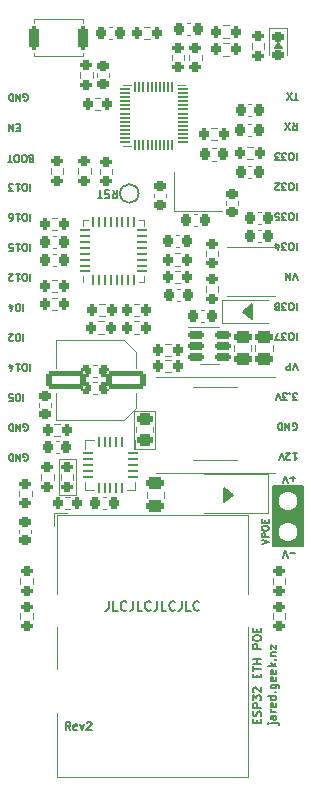
<source format=gto>
G04 #@! TF.GenerationSoftware,KiCad,Pcbnew,(6.0.9)*
G04 #@! TF.CreationDate,2022-11-21T00:29:48+13:00*
G04 #@! TF.ProjectId,LAN-Module-PoE,4c414e2d-4d6f-4647-956c-652d506f452e,rev?*
G04 #@! TF.SameCoordinates,Original*
G04 #@! TF.FileFunction,Legend,Top*
G04 #@! TF.FilePolarity,Positive*
%FSLAX46Y46*%
G04 Gerber Fmt 4.6, Leading zero omitted, Abs format (unit mm)*
G04 Created by KiCad (PCBNEW (6.0.9)) date 2022-11-21 00:29:48*
%MOMM*%
%LPD*%
G01*
G04 APERTURE LIST*
G04 Aperture macros list*
%AMRoundRect*
0 Rectangle with rounded corners*
0 $1 Rounding radius*
0 $2 $3 $4 $5 $6 $7 $8 $9 X,Y pos of 4 corners*
0 Add a 4 corners polygon primitive as box body*
4,1,4,$2,$3,$4,$5,$6,$7,$8,$9,$2,$3,0*
0 Add four circle primitives for the rounded corners*
1,1,$1+$1,$2,$3*
1,1,$1+$1,$4,$5*
1,1,$1+$1,$6,$7*
1,1,$1+$1,$8,$9*
0 Add four rect primitives between the rounded corners*
20,1,$1+$1,$2,$3,$4,$5,0*
20,1,$1+$1,$4,$5,$6,$7,0*
20,1,$1+$1,$6,$7,$8,$9,0*
20,1,$1+$1,$8,$9,$2,$3,0*%
G04 Aperture macros list end*
%ADD10C,0.150000*%
%ADD11C,0.100000*%
%ADD12C,0.120000*%
%ADD13C,0.264583*%
%ADD14RoundRect,0.250000X0.475000X-0.250000X0.475000X0.250000X-0.475000X0.250000X-0.475000X-0.250000X0*%
%ADD15R,1.600000X5.700000*%
%ADD16R,3.100000X7.700000*%
%ADD17RoundRect,0.225000X0.225000X0.250000X-0.225000X0.250000X-0.225000X-0.250000X0.225000X-0.250000X0*%
%ADD18RoundRect,0.062500X-0.062500X0.362500X-0.062500X-0.362500X0.062500X-0.362500X0.062500X0.362500X0*%
%ADD19RoundRect,0.062500X-0.362500X0.062500X-0.362500X-0.062500X0.362500X-0.062500X0.362500X0.062500X0*%
%ADD20R,2.600000X2.600000*%
%ADD21RoundRect,0.200000X0.200000X0.275000X-0.200000X0.275000X-0.200000X-0.275000X0.200000X-0.275000X0*%
%ADD22C,1.600000*%
%ADD23R,0.900000X1.200000*%
%ADD24RoundRect,0.150000X-0.512500X-0.150000X0.512500X-0.150000X0.512500X0.150000X-0.512500X0.150000X0*%
%ADD25RoundRect,0.200000X-0.200000X-0.275000X0.200000X-0.275000X0.200000X0.275000X-0.200000X0.275000X0*%
%ADD26RoundRect,0.250000X0.450000X-0.262500X0.450000X0.262500X-0.450000X0.262500X-0.450000X-0.262500X0*%
%ADD27RoundRect,0.225000X0.250000X-0.225000X0.250000X0.225000X-0.250000X0.225000X-0.250000X-0.225000X0*%
%ADD28RoundRect,0.200000X-0.275000X0.200000X-0.275000X-0.200000X0.275000X-0.200000X0.275000X0.200000X0*%
%ADD29RoundRect,0.225000X-0.225000X-0.250000X0.225000X-0.250000X0.225000X0.250000X-0.225000X0.250000X0*%
%ADD30RoundRect,0.200000X0.275000X-0.200000X0.275000X0.200000X-0.275000X0.200000X-0.275000X-0.200000X0*%
%ADD31R,1.200000X3.700000*%
%ADD32RoundRect,0.225000X-0.250000X0.225000X-0.250000X-0.225000X0.250000X-0.225000X0.250000X0.225000X0*%
%ADD33R,2.500000X1.800000*%
%ADD34RoundRect,0.062500X0.062500X-0.375000X0.062500X0.375000X-0.062500X0.375000X-0.062500X-0.375000X0*%
%ADD35RoundRect,0.062500X0.375000X-0.062500X0.375000X0.062500X-0.375000X0.062500X-0.375000X-0.062500X0*%
%ADD36R,3.100000X3.100000*%
%ADD37RoundRect,0.200000X0.200000X0.800000X-0.200000X0.800000X-0.200000X-0.800000X0.200000X-0.800000X0*%
%ADD38C,1.000000*%
%ADD39RoundRect,0.218750X-0.256250X0.218750X-0.256250X-0.218750X0.256250X-0.218750X0.256250X0.218750X0*%
%ADD40RoundRect,0.250000X1.412500X0.550000X-1.412500X0.550000X-1.412500X-0.550000X1.412500X-0.550000X0*%
%ADD41C,3.250000*%
%ADD42R,1.500000X1.500000*%
%ADD43C,1.500000*%
%ADD44C,2.200000*%
%ADD45RoundRect,0.050000X0.350000X0.050000X-0.350000X0.050000X-0.350000X-0.050000X0.350000X-0.050000X0*%
%ADD46RoundRect,0.050000X0.050000X0.350000X-0.050000X0.350000X-0.050000X-0.350000X0.050000X-0.350000X0*%
%ADD47R,3.700000X3.700000*%
%ADD48R,1.400000X1.200000*%
G04 APERTURE END LIST*
D10*
G36*
X48700000Y-73100000D02*
G01*
X47900000Y-73700000D01*
X47900000Y-72500000D01*
X48700000Y-73100000D01*
G37*
X48700000Y-73100000D02*
X47900000Y-73700000D01*
X47900000Y-72500000D01*
X48700000Y-73100000D01*
G36*
X52800000Y-35300000D02*
G01*
X52200000Y-35300000D01*
X52500000Y-34900000D01*
X52800000Y-35300000D01*
G37*
X52800000Y-35300000D02*
X52200000Y-35300000D01*
X52500000Y-34900000D01*
X52800000Y-35300000D01*
X52070000Y-72390000D02*
X54610000Y-72390000D01*
X54610000Y-72390000D02*
X54610000Y-77470000D01*
X54610000Y-77470000D02*
X52070000Y-77470000D01*
X52070000Y-77470000D02*
X52070000Y-72390000D01*
G36*
X52070000Y-72390000D02*
G01*
X54610000Y-72390000D01*
X54610000Y-77470000D01*
X52070000Y-77470000D01*
X52070000Y-72390000D01*
G37*
D11*
X40300000Y-66000000D02*
X42100000Y-66000000D01*
X42100000Y-66000000D02*
X42100000Y-69200000D01*
X42100000Y-69200000D02*
X40300000Y-69200000D01*
X40300000Y-69200000D02*
X40300000Y-66000000D01*
D10*
G36*
X50300000Y-58200000D02*
G01*
X49500000Y-57600000D01*
X50300000Y-57000000D01*
X50300000Y-58200000D01*
G37*
X50300000Y-58200000D02*
X49500000Y-57600000D01*
X50300000Y-57000000D01*
X50300000Y-58200000D01*
D11*
X33950000Y-70100000D02*
X35350000Y-70100000D01*
X35350000Y-70100000D02*
X35350000Y-73100000D01*
X35350000Y-73100000D02*
X33950000Y-73100000D01*
X33950000Y-73100000D02*
X33950000Y-70100000D01*
D10*
X30968928Y-39720000D02*
X31026071Y-39748571D01*
X31111785Y-39748571D01*
X31197500Y-39720000D01*
X31254642Y-39662857D01*
X31283214Y-39605714D01*
X31311785Y-39491428D01*
X31311785Y-39405714D01*
X31283214Y-39291428D01*
X31254642Y-39234285D01*
X31197500Y-39177142D01*
X31111785Y-39148571D01*
X31054642Y-39148571D01*
X30968928Y-39177142D01*
X30940357Y-39205714D01*
X30940357Y-39405714D01*
X31054642Y-39405714D01*
X30683214Y-39148571D02*
X30683214Y-39748571D01*
X30340357Y-39148571D01*
X30340357Y-39748571D01*
X30054642Y-39148571D02*
X30054642Y-39748571D01*
X29911785Y-39748571D01*
X29826071Y-39720000D01*
X29768928Y-39662857D01*
X29740357Y-39605714D01*
X29711785Y-39491428D01*
X29711785Y-39405714D01*
X29740357Y-39291428D01*
X29768928Y-39234285D01*
X29826071Y-39177142D01*
X29911785Y-39148571D01*
X30054642Y-39148571D01*
X31511785Y-49308571D02*
X31511785Y-49908571D01*
X31111785Y-49908571D02*
X30997500Y-49908571D01*
X30940357Y-49880000D01*
X30883214Y-49822857D01*
X30854642Y-49708571D01*
X30854642Y-49508571D01*
X30883214Y-49394285D01*
X30940357Y-49337142D01*
X30997500Y-49308571D01*
X31111785Y-49308571D01*
X31168928Y-49337142D01*
X31226071Y-49394285D01*
X31254642Y-49508571D01*
X31254642Y-49708571D01*
X31226071Y-49822857D01*
X31168928Y-49880000D01*
X31111785Y-49908571D01*
X30283214Y-49308571D02*
X30626071Y-49308571D01*
X30454642Y-49308571D02*
X30454642Y-49908571D01*
X30511785Y-49822857D01*
X30568928Y-49765714D01*
X30626071Y-49737142D01*
X29768928Y-49908571D02*
X29883214Y-49908571D01*
X29940357Y-49880000D01*
X29968928Y-49851428D01*
X30026071Y-49765714D01*
X30054642Y-49651428D01*
X30054642Y-49422857D01*
X30026071Y-49365714D01*
X29997500Y-49337142D01*
X29940357Y-49308571D01*
X29826071Y-49308571D01*
X29768928Y-49337142D01*
X29740357Y-49365714D01*
X29711785Y-49422857D01*
X29711785Y-49565714D01*
X29740357Y-49622857D01*
X29768928Y-49651428D01*
X29826071Y-49680000D01*
X29940357Y-49680000D01*
X29997500Y-49651428D01*
X30026071Y-49622857D01*
X30054642Y-49565714D01*
X54145357Y-39698571D02*
X53802500Y-39698571D01*
X53973928Y-39098571D02*
X53973928Y-39698571D01*
X53659642Y-39698571D02*
X53259642Y-39098571D01*
X53259642Y-39698571D02*
X53659642Y-39098571D01*
X30626071Y-42042857D02*
X30426071Y-42042857D01*
X30340357Y-41728571D02*
X30626071Y-41728571D01*
X30626071Y-42328571D01*
X30340357Y-42328571D01*
X30083214Y-41728571D02*
X30083214Y-42328571D01*
X29740357Y-41728571D01*
X29740357Y-42328571D01*
X38483333Y-47308333D02*
X38716666Y-47641666D01*
X38883333Y-47308333D02*
X38883333Y-48008333D01*
X38616666Y-48008333D01*
X38550000Y-47975000D01*
X38516666Y-47941666D01*
X38483333Y-47875000D01*
X38483333Y-47775000D01*
X38516666Y-47708333D01*
X38550000Y-47675000D01*
X38616666Y-47641666D01*
X38883333Y-47641666D01*
X38216666Y-47341666D02*
X38116666Y-47308333D01*
X37950000Y-47308333D01*
X37883333Y-47341666D01*
X37850000Y-47375000D01*
X37816666Y-47441666D01*
X37816666Y-47508333D01*
X37850000Y-47575000D01*
X37883333Y-47608333D01*
X37950000Y-47641666D01*
X38083333Y-47675000D01*
X38150000Y-47708333D01*
X38183333Y-47741666D01*
X38216666Y-47808333D01*
X38216666Y-47875000D01*
X38183333Y-47941666D01*
X38150000Y-47975000D01*
X38083333Y-48008333D01*
X37916666Y-48008333D01*
X37816666Y-47975000D01*
X37616666Y-48008333D02*
X37216666Y-48008333D01*
X37416666Y-47308333D02*
X37416666Y-48008333D01*
X31511785Y-62008571D02*
X31511785Y-62608571D01*
X31111785Y-62608571D02*
X30997500Y-62608571D01*
X30940357Y-62580000D01*
X30883214Y-62522857D01*
X30854642Y-62408571D01*
X30854642Y-62208571D01*
X30883214Y-62094285D01*
X30940357Y-62037142D01*
X30997500Y-62008571D01*
X31111785Y-62008571D01*
X31168928Y-62037142D01*
X31226071Y-62094285D01*
X31254642Y-62208571D01*
X31254642Y-62408571D01*
X31226071Y-62522857D01*
X31168928Y-62580000D01*
X31111785Y-62608571D01*
X30283214Y-62008571D02*
X30626071Y-62008571D01*
X30454642Y-62008571D02*
X30454642Y-62608571D01*
X30511785Y-62522857D01*
X30568928Y-62465714D01*
X30626071Y-62437142D01*
X29768928Y-62408571D02*
X29768928Y-62008571D01*
X29911785Y-62637142D02*
X30054642Y-62208571D01*
X29683214Y-62208571D01*
X51106428Y-77315357D02*
X51706428Y-77115357D01*
X51106428Y-76915357D01*
X51706428Y-76715357D02*
X51106428Y-76715357D01*
X51106428Y-76486785D01*
X51135000Y-76429642D01*
X51163571Y-76401071D01*
X51220714Y-76372500D01*
X51306428Y-76372500D01*
X51363571Y-76401071D01*
X51392142Y-76429642D01*
X51420714Y-76486785D01*
X51420714Y-76715357D01*
X51106428Y-76001071D02*
X51106428Y-75886785D01*
X51135000Y-75829642D01*
X51192142Y-75772500D01*
X51306428Y-75743928D01*
X51506428Y-75743928D01*
X51620714Y-75772500D01*
X51677857Y-75829642D01*
X51706428Y-75886785D01*
X51706428Y-76001071D01*
X51677857Y-76058214D01*
X51620714Y-76115357D01*
X51506428Y-76143928D01*
X51306428Y-76143928D01*
X51192142Y-76115357D01*
X51135000Y-76058214D01*
X51106428Y-76001071D01*
X51392142Y-75486785D02*
X51392142Y-75286785D01*
X51706428Y-75201071D02*
X51706428Y-75486785D01*
X51106428Y-75486785D01*
X51106428Y-75201071D01*
X51871123Y-92445833D02*
X52471123Y-92445833D01*
X52537789Y-92479166D01*
X52571123Y-92545833D01*
X52571123Y-92579166D01*
X51637789Y-92445833D02*
X51671123Y-92479166D01*
X51704456Y-92445833D01*
X51671123Y-92412500D01*
X51637789Y-92445833D01*
X51704456Y-92445833D01*
X52337789Y-91812500D02*
X51971123Y-91812500D01*
X51904456Y-91845833D01*
X51871123Y-91912500D01*
X51871123Y-92045833D01*
X51904456Y-92112500D01*
X52304456Y-91812500D02*
X52337789Y-91879166D01*
X52337789Y-92045833D01*
X52304456Y-92112500D01*
X52237789Y-92145833D01*
X52171123Y-92145833D01*
X52104456Y-92112500D01*
X52071123Y-92045833D01*
X52071123Y-91879166D01*
X52037789Y-91812500D01*
X52337789Y-91479166D02*
X51871123Y-91479166D01*
X52004456Y-91479166D02*
X51937789Y-91445833D01*
X51904456Y-91412500D01*
X51871123Y-91345833D01*
X51871123Y-91279166D01*
X52304456Y-90779166D02*
X52337789Y-90845833D01*
X52337789Y-90979166D01*
X52304456Y-91045833D01*
X52237789Y-91079166D01*
X51971123Y-91079166D01*
X51904456Y-91045833D01*
X51871123Y-90979166D01*
X51871123Y-90845833D01*
X51904456Y-90779166D01*
X51971123Y-90745833D01*
X52037789Y-90745833D01*
X52104456Y-91079166D01*
X52337789Y-90145833D02*
X51637789Y-90145833D01*
X52304456Y-90145833D02*
X52337789Y-90212500D01*
X52337789Y-90345833D01*
X52304456Y-90412500D01*
X52271123Y-90445833D01*
X52204456Y-90479166D01*
X52004456Y-90479166D01*
X51937789Y-90445833D01*
X51904456Y-90412500D01*
X51871123Y-90345833D01*
X51871123Y-90212500D01*
X51904456Y-90145833D01*
X52271123Y-89812500D02*
X52304456Y-89779166D01*
X52337789Y-89812500D01*
X52304456Y-89845833D01*
X52271123Y-89812500D01*
X52337789Y-89812500D01*
X51871123Y-89179166D02*
X52437789Y-89179166D01*
X52504456Y-89212500D01*
X52537789Y-89245833D01*
X52571123Y-89312500D01*
X52571123Y-89412500D01*
X52537789Y-89479166D01*
X52304456Y-89179166D02*
X52337789Y-89245833D01*
X52337789Y-89379166D01*
X52304456Y-89445833D01*
X52271123Y-89479166D01*
X52204456Y-89512500D01*
X52004456Y-89512500D01*
X51937789Y-89479166D01*
X51904456Y-89445833D01*
X51871123Y-89379166D01*
X51871123Y-89245833D01*
X51904456Y-89179166D01*
X52304456Y-88579166D02*
X52337789Y-88645833D01*
X52337789Y-88779166D01*
X52304456Y-88845833D01*
X52237789Y-88879166D01*
X51971123Y-88879166D01*
X51904456Y-88845833D01*
X51871123Y-88779166D01*
X51871123Y-88645833D01*
X51904456Y-88579166D01*
X51971123Y-88545833D01*
X52037789Y-88545833D01*
X52104456Y-88879166D01*
X52304456Y-87979166D02*
X52337789Y-88045833D01*
X52337789Y-88179166D01*
X52304456Y-88245833D01*
X52237789Y-88279166D01*
X51971123Y-88279166D01*
X51904456Y-88245833D01*
X51871123Y-88179166D01*
X51871123Y-88045833D01*
X51904456Y-87979166D01*
X51971123Y-87945833D01*
X52037789Y-87945833D01*
X52104456Y-88279166D01*
X52337789Y-87645833D02*
X51637789Y-87645833D01*
X52071123Y-87579166D02*
X52337789Y-87379166D01*
X51871123Y-87379166D02*
X52137789Y-87645833D01*
X52271123Y-87079166D02*
X52304456Y-87045833D01*
X52337789Y-87079166D01*
X52304456Y-87112500D01*
X52271123Y-87079166D01*
X52337789Y-87079166D01*
X51871123Y-86745833D02*
X52337789Y-86745833D01*
X51937789Y-86745833D02*
X51904456Y-86712500D01*
X51871123Y-86645833D01*
X51871123Y-86545833D01*
X51904456Y-86479166D01*
X51971123Y-86445833D01*
X52337789Y-86445833D01*
X51871123Y-86179166D02*
X51871123Y-85812500D01*
X52337789Y-86179166D01*
X52337789Y-85812500D01*
X54116785Y-65098571D02*
X53745357Y-65098571D01*
X53945357Y-64870000D01*
X53859642Y-64870000D01*
X53802500Y-64841428D01*
X53773928Y-64812857D01*
X53745357Y-64755714D01*
X53745357Y-64612857D01*
X53773928Y-64555714D01*
X53802500Y-64527142D01*
X53859642Y-64498571D01*
X54031071Y-64498571D01*
X54088214Y-64527142D01*
X54116785Y-64555714D01*
X53488214Y-64555714D02*
X53459642Y-64527142D01*
X53488214Y-64498571D01*
X53516785Y-64527142D01*
X53488214Y-64555714D01*
X53488214Y-64498571D01*
X53259642Y-65098571D02*
X52888214Y-65098571D01*
X53088214Y-64870000D01*
X53002500Y-64870000D01*
X52945357Y-64841428D01*
X52916785Y-64812857D01*
X52888214Y-64755714D01*
X52888214Y-64612857D01*
X52916785Y-64555714D01*
X52945357Y-64527142D01*
X53002500Y-64498571D01*
X53173928Y-64498571D01*
X53231071Y-64527142D01*
X53259642Y-64555714D01*
X52716785Y-65098571D02*
X52516785Y-64498571D01*
X52316785Y-65098571D01*
X53716785Y-41638571D02*
X53916785Y-41924285D01*
X54059642Y-41638571D02*
X54059642Y-42238571D01*
X53831071Y-42238571D01*
X53773928Y-42210000D01*
X53745357Y-42181428D01*
X53716785Y-42124285D01*
X53716785Y-42038571D01*
X53745357Y-41981428D01*
X53773928Y-41952857D01*
X53831071Y-41924285D01*
X54059642Y-41924285D01*
X53516785Y-42238571D02*
X53116785Y-41638571D01*
X53116785Y-42238571D02*
X53516785Y-41638571D01*
X30940357Y-59468571D02*
X30940357Y-60068571D01*
X30540357Y-60068571D02*
X30426071Y-60068571D01*
X30368928Y-60040000D01*
X30311785Y-59982857D01*
X30283214Y-59868571D01*
X30283214Y-59668571D01*
X30311785Y-59554285D01*
X30368928Y-59497142D01*
X30426071Y-59468571D01*
X30540357Y-59468571D01*
X30597500Y-59497142D01*
X30654642Y-59554285D01*
X30683214Y-59668571D01*
X30683214Y-59868571D01*
X30654642Y-59982857D01*
X30597500Y-60040000D01*
X30540357Y-60068571D01*
X30054642Y-60011428D02*
X30026071Y-60040000D01*
X29968928Y-60068571D01*
X29826071Y-60068571D01*
X29768928Y-60040000D01*
X29740357Y-60011428D01*
X29711785Y-59954285D01*
X29711785Y-59897142D01*
X29740357Y-59811428D01*
X30083214Y-59468571D01*
X29711785Y-59468571D01*
X30968928Y-70200000D02*
X31026071Y-70228571D01*
X31111785Y-70228571D01*
X31197500Y-70200000D01*
X31254642Y-70142857D01*
X31283214Y-70085714D01*
X31311785Y-69971428D01*
X31311785Y-69885714D01*
X31283214Y-69771428D01*
X31254642Y-69714285D01*
X31197500Y-69657142D01*
X31111785Y-69628571D01*
X31054642Y-69628571D01*
X30968928Y-69657142D01*
X30940357Y-69685714D01*
X30940357Y-69885714D01*
X31054642Y-69885714D01*
X30683214Y-69628571D02*
X30683214Y-70228571D01*
X30340357Y-69628571D01*
X30340357Y-70228571D01*
X30054642Y-69628571D02*
X30054642Y-70228571D01*
X29911785Y-70228571D01*
X29826071Y-70200000D01*
X29768928Y-70142857D01*
X29740357Y-70085714D01*
X29711785Y-69971428D01*
X29711785Y-69885714D01*
X29740357Y-69771428D01*
X29768928Y-69714285D01*
X29826071Y-69657142D01*
X29911785Y-69628571D01*
X30054642Y-69628571D01*
X53959642Y-71712142D02*
X53502500Y-71712142D01*
X53731071Y-71483571D02*
X53731071Y-71940714D01*
X53302500Y-72083571D02*
X53102500Y-71483571D01*
X52902500Y-72083571D01*
X53959642Y-78057142D02*
X53502500Y-78057142D01*
X53302500Y-78428571D02*
X53102500Y-77828571D01*
X52902500Y-78428571D01*
X34905289Y-93026666D02*
X34671956Y-92693333D01*
X34505289Y-93026666D02*
X34505289Y-92326666D01*
X34771956Y-92326666D01*
X34838623Y-92360000D01*
X34871956Y-92393333D01*
X34905289Y-92460000D01*
X34905289Y-92560000D01*
X34871956Y-92626666D01*
X34838623Y-92660000D01*
X34771956Y-92693333D01*
X34505289Y-92693333D01*
X35471956Y-92993333D02*
X35405289Y-93026666D01*
X35271956Y-93026666D01*
X35205289Y-92993333D01*
X35171956Y-92926666D01*
X35171956Y-92660000D01*
X35205289Y-92593333D01*
X35271956Y-92560000D01*
X35405289Y-92560000D01*
X35471956Y-92593333D01*
X35505289Y-92660000D01*
X35505289Y-92726666D01*
X35171956Y-92793333D01*
X35738623Y-92560000D02*
X35905289Y-93026666D01*
X36071956Y-92560000D01*
X36305289Y-92393333D02*
X36338623Y-92360000D01*
X36405289Y-92326666D01*
X36571956Y-92326666D01*
X36638623Y-92360000D01*
X36671956Y-92393333D01*
X36705289Y-92460000D01*
X36705289Y-92526666D01*
X36671956Y-92626666D01*
X36271956Y-93026666D01*
X36705289Y-93026666D01*
X38165884Y-82111904D02*
X38165884Y-82683333D01*
X38127789Y-82797619D01*
X38051599Y-82873809D01*
X37937313Y-82911904D01*
X37861123Y-82911904D01*
X38927789Y-82911904D02*
X38546837Y-82911904D01*
X38546837Y-82111904D01*
X39651599Y-82835714D02*
X39613503Y-82873809D01*
X39499218Y-82911904D01*
X39423027Y-82911904D01*
X39308742Y-82873809D01*
X39232551Y-82797619D01*
X39194456Y-82721428D01*
X39156361Y-82569047D01*
X39156361Y-82454761D01*
X39194456Y-82302380D01*
X39232551Y-82226190D01*
X39308742Y-82150000D01*
X39423027Y-82111904D01*
X39499218Y-82111904D01*
X39613503Y-82150000D01*
X39651599Y-82188095D01*
X40223027Y-82111904D02*
X40223027Y-82683333D01*
X40184932Y-82797619D01*
X40108742Y-82873809D01*
X39994456Y-82911904D01*
X39918265Y-82911904D01*
X40984932Y-82911904D02*
X40603980Y-82911904D01*
X40603980Y-82111904D01*
X41708742Y-82835714D02*
X41670646Y-82873809D01*
X41556361Y-82911904D01*
X41480170Y-82911904D01*
X41365884Y-82873809D01*
X41289694Y-82797619D01*
X41251599Y-82721428D01*
X41213503Y-82569047D01*
X41213503Y-82454761D01*
X41251599Y-82302380D01*
X41289694Y-82226190D01*
X41365884Y-82150000D01*
X41480170Y-82111904D01*
X41556361Y-82111904D01*
X41670646Y-82150000D01*
X41708742Y-82188095D01*
X42280170Y-82111904D02*
X42280170Y-82683333D01*
X42242075Y-82797619D01*
X42165884Y-82873809D01*
X42051599Y-82911904D01*
X41975408Y-82911904D01*
X43042075Y-82911904D02*
X42661123Y-82911904D01*
X42661123Y-82111904D01*
X43765884Y-82835714D02*
X43727789Y-82873809D01*
X43613503Y-82911904D01*
X43537313Y-82911904D01*
X43423027Y-82873809D01*
X43346837Y-82797619D01*
X43308742Y-82721428D01*
X43270646Y-82569047D01*
X43270646Y-82454761D01*
X43308742Y-82302380D01*
X43346837Y-82226190D01*
X43423027Y-82150000D01*
X43537313Y-82111904D01*
X43613503Y-82111904D01*
X43727789Y-82150000D01*
X43765884Y-82188095D01*
X44337313Y-82111904D02*
X44337313Y-82683333D01*
X44299218Y-82797619D01*
X44223027Y-82873809D01*
X44108742Y-82911904D01*
X44032551Y-82911904D01*
X45099218Y-82911904D02*
X44718265Y-82911904D01*
X44718265Y-82111904D01*
X45823027Y-82835714D02*
X45784932Y-82873809D01*
X45670646Y-82911904D01*
X45594456Y-82911904D01*
X45480170Y-82873809D01*
X45403980Y-82797619D01*
X45365884Y-82721428D01*
X45327789Y-82569047D01*
X45327789Y-82454761D01*
X45365884Y-82302380D01*
X45403980Y-82226190D01*
X45480170Y-82150000D01*
X45594456Y-82111904D01*
X45670646Y-82111904D01*
X45784932Y-82150000D01*
X45823027Y-82188095D01*
X54145357Y-54938571D02*
X53945357Y-54338571D01*
X53745357Y-54938571D01*
X53545357Y-54338571D02*
X53545357Y-54938571D01*
X53202500Y-54338571D01*
X53202500Y-54938571D01*
X53745357Y-69578571D02*
X54088214Y-69578571D01*
X53916785Y-69578571D02*
X53916785Y-70178571D01*
X53973928Y-70092857D01*
X54031071Y-70035714D01*
X54088214Y-70007142D01*
X53516785Y-70121428D02*
X53488214Y-70150000D01*
X53431071Y-70178571D01*
X53288214Y-70178571D01*
X53231071Y-70150000D01*
X53202500Y-70121428D01*
X53173928Y-70064285D01*
X53173928Y-70007142D01*
X53202500Y-69921428D01*
X53545357Y-69578571D01*
X53173928Y-69578571D01*
X53002500Y-70178571D02*
X52802500Y-69578571D01*
X52602500Y-70178571D01*
X30940357Y-56928571D02*
X30940357Y-57528571D01*
X30540357Y-57528571D02*
X30426071Y-57528571D01*
X30368928Y-57500000D01*
X30311785Y-57442857D01*
X30283214Y-57328571D01*
X30283214Y-57128571D01*
X30311785Y-57014285D01*
X30368928Y-56957142D01*
X30426071Y-56928571D01*
X30540357Y-56928571D01*
X30597500Y-56957142D01*
X30654642Y-57014285D01*
X30683214Y-57128571D01*
X30683214Y-57328571D01*
X30654642Y-57442857D01*
X30597500Y-57500000D01*
X30540357Y-57528571D01*
X29768928Y-57328571D02*
X29768928Y-56928571D01*
X29911785Y-57557142D02*
X30054642Y-57128571D01*
X29683214Y-57128571D01*
X30940357Y-64548571D02*
X30940357Y-65148571D01*
X30540357Y-65148571D02*
X30426071Y-65148571D01*
X30368928Y-65120000D01*
X30311785Y-65062857D01*
X30283214Y-64948571D01*
X30283214Y-64748571D01*
X30311785Y-64634285D01*
X30368928Y-64577142D01*
X30426071Y-64548571D01*
X30540357Y-64548571D01*
X30597500Y-64577142D01*
X30654642Y-64634285D01*
X30683214Y-64748571D01*
X30683214Y-64948571D01*
X30654642Y-65062857D01*
X30597500Y-65120000D01*
X30540357Y-65148571D01*
X29740357Y-65148571D02*
X30026071Y-65148571D01*
X30054642Y-64862857D01*
X30026071Y-64891428D01*
X29968928Y-64920000D01*
X29826071Y-64920000D01*
X29768928Y-64891428D01*
X29740357Y-64862857D01*
X29711785Y-64805714D01*
X29711785Y-64662857D01*
X29740357Y-64605714D01*
X29768928Y-64577142D01*
X29826071Y-64548571D01*
X29968928Y-64548571D01*
X30026071Y-64577142D01*
X30054642Y-64605714D01*
X50701123Y-92445833D02*
X50701123Y-92212500D01*
X51067789Y-92112500D02*
X51067789Y-92445833D01*
X50367789Y-92445833D01*
X50367789Y-92112500D01*
X51034456Y-91845833D02*
X51067789Y-91745833D01*
X51067789Y-91579166D01*
X51034456Y-91512500D01*
X51001123Y-91479166D01*
X50934456Y-91445833D01*
X50867789Y-91445833D01*
X50801123Y-91479166D01*
X50767789Y-91512500D01*
X50734456Y-91579166D01*
X50701123Y-91712500D01*
X50667789Y-91779166D01*
X50634456Y-91812500D01*
X50567789Y-91845833D01*
X50501123Y-91845833D01*
X50434456Y-91812500D01*
X50401123Y-91779166D01*
X50367789Y-91712500D01*
X50367789Y-91545833D01*
X50401123Y-91445833D01*
X51067789Y-91145833D02*
X50367789Y-91145833D01*
X50367789Y-90879166D01*
X50401123Y-90812500D01*
X50434456Y-90779166D01*
X50501123Y-90745833D01*
X50601123Y-90745833D01*
X50667789Y-90779166D01*
X50701123Y-90812500D01*
X50734456Y-90879166D01*
X50734456Y-91145833D01*
X50367789Y-90512500D02*
X50367789Y-90079166D01*
X50634456Y-90312500D01*
X50634456Y-90212500D01*
X50667789Y-90145833D01*
X50701123Y-90112500D01*
X50767789Y-90079166D01*
X50934456Y-90079166D01*
X51001123Y-90112500D01*
X51034456Y-90145833D01*
X51067789Y-90212500D01*
X51067789Y-90412500D01*
X51034456Y-90479166D01*
X51001123Y-90512500D01*
X50434456Y-89812500D02*
X50401123Y-89779166D01*
X50367789Y-89712500D01*
X50367789Y-89545833D01*
X50401123Y-89479166D01*
X50434456Y-89445833D01*
X50501123Y-89412500D01*
X50567789Y-89412500D01*
X50667789Y-89445833D01*
X51067789Y-89845833D01*
X51067789Y-89412500D01*
X50701123Y-88579166D02*
X50701123Y-88345833D01*
X51067789Y-88245833D02*
X51067789Y-88579166D01*
X50367789Y-88579166D01*
X50367789Y-88245833D01*
X50367789Y-88045833D02*
X50367789Y-87645833D01*
X51067789Y-87845833D02*
X50367789Y-87845833D01*
X51067789Y-87412500D02*
X50367789Y-87412500D01*
X50701123Y-87412500D02*
X50701123Y-87012500D01*
X51067789Y-87012500D02*
X50367789Y-87012500D01*
X51067789Y-86145833D02*
X50367789Y-86145833D01*
X50367789Y-85879166D01*
X50401123Y-85812500D01*
X50434456Y-85779166D01*
X50501123Y-85745833D01*
X50601123Y-85745833D01*
X50667789Y-85779166D01*
X50701123Y-85812500D01*
X50734456Y-85879166D01*
X50734456Y-86145833D01*
X50367789Y-85312500D02*
X50367789Y-85179166D01*
X50401123Y-85112500D01*
X50467789Y-85045833D01*
X50601123Y-85012500D01*
X50834456Y-85012500D01*
X50967789Y-85045833D01*
X51034456Y-85112500D01*
X51067789Y-85179166D01*
X51067789Y-85312500D01*
X51034456Y-85379166D01*
X50967789Y-85445833D01*
X50834456Y-85479166D01*
X50601123Y-85479166D01*
X50467789Y-85445833D01*
X50401123Y-85379166D01*
X50367789Y-85312500D01*
X50701123Y-84712500D02*
X50701123Y-84479166D01*
X51067789Y-84379166D02*
X51067789Y-84712500D01*
X50367789Y-84712500D01*
X50367789Y-84379166D01*
X54059642Y-49258571D02*
X54059642Y-49858571D01*
X53659642Y-49858571D02*
X53545357Y-49858571D01*
X53488214Y-49830000D01*
X53431071Y-49772857D01*
X53402500Y-49658571D01*
X53402500Y-49458571D01*
X53431071Y-49344285D01*
X53488214Y-49287142D01*
X53545357Y-49258571D01*
X53659642Y-49258571D01*
X53716785Y-49287142D01*
X53773928Y-49344285D01*
X53802500Y-49458571D01*
X53802500Y-49658571D01*
X53773928Y-49772857D01*
X53716785Y-49830000D01*
X53659642Y-49858571D01*
X53202500Y-49858571D02*
X52831071Y-49858571D01*
X53031071Y-49630000D01*
X52945357Y-49630000D01*
X52888214Y-49601428D01*
X52859642Y-49572857D01*
X52831071Y-49515714D01*
X52831071Y-49372857D01*
X52859642Y-49315714D01*
X52888214Y-49287142D01*
X52945357Y-49258571D01*
X53116785Y-49258571D01*
X53173928Y-49287142D01*
X53202500Y-49315714D01*
X52288214Y-49858571D02*
X52573928Y-49858571D01*
X52602500Y-49572857D01*
X52573928Y-49601428D01*
X52516785Y-49630000D01*
X52373928Y-49630000D01*
X52316785Y-49601428D01*
X52288214Y-49572857D01*
X52259642Y-49515714D01*
X52259642Y-49372857D01*
X52288214Y-49315714D01*
X52316785Y-49287142D01*
X52373928Y-49258571D01*
X52516785Y-49258571D01*
X52573928Y-49287142D01*
X52602500Y-49315714D01*
X54059642Y-51798571D02*
X54059642Y-52398571D01*
X53659642Y-52398571D02*
X53545357Y-52398571D01*
X53488214Y-52370000D01*
X53431071Y-52312857D01*
X53402500Y-52198571D01*
X53402500Y-51998571D01*
X53431071Y-51884285D01*
X53488214Y-51827142D01*
X53545357Y-51798571D01*
X53659642Y-51798571D01*
X53716785Y-51827142D01*
X53773928Y-51884285D01*
X53802500Y-51998571D01*
X53802500Y-52198571D01*
X53773928Y-52312857D01*
X53716785Y-52370000D01*
X53659642Y-52398571D01*
X53202500Y-52398571D02*
X52831071Y-52398571D01*
X53031071Y-52170000D01*
X52945357Y-52170000D01*
X52888214Y-52141428D01*
X52859642Y-52112857D01*
X52831071Y-52055714D01*
X52831071Y-51912857D01*
X52859642Y-51855714D01*
X52888214Y-51827142D01*
X52945357Y-51798571D01*
X53116785Y-51798571D01*
X53173928Y-51827142D01*
X53202500Y-51855714D01*
X52316785Y-52198571D02*
X52316785Y-51798571D01*
X52459642Y-52427142D02*
X52602500Y-51998571D01*
X52231071Y-51998571D01*
X31568928Y-44642857D02*
X31483214Y-44614285D01*
X31454642Y-44585714D01*
X31426071Y-44528571D01*
X31426071Y-44442857D01*
X31454642Y-44385714D01*
X31483214Y-44357142D01*
X31540357Y-44328571D01*
X31768928Y-44328571D01*
X31768928Y-44928571D01*
X31568928Y-44928571D01*
X31511785Y-44900000D01*
X31483214Y-44871428D01*
X31454642Y-44814285D01*
X31454642Y-44757142D01*
X31483214Y-44700000D01*
X31511785Y-44671428D01*
X31568928Y-44642857D01*
X31768928Y-44642857D01*
X31054642Y-44928571D02*
X30940357Y-44928571D01*
X30883214Y-44900000D01*
X30826071Y-44842857D01*
X30797500Y-44728571D01*
X30797500Y-44528571D01*
X30826071Y-44414285D01*
X30883214Y-44357142D01*
X30940357Y-44328571D01*
X31054642Y-44328571D01*
X31111785Y-44357142D01*
X31168928Y-44414285D01*
X31197500Y-44528571D01*
X31197500Y-44728571D01*
X31168928Y-44842857D01*
X31111785Y-44900000D01*
X31054642Y-44928571D01*
X30426071Y-44928571D02*
X30311785Y-44928571D01*
X30254642Y-44900000D01*
X30197500Y-44842857D01*
X30168928Y-44728571D01*
X30168928Y-44528571D01*
X30197500Y-44414285D01*
X30254642Y-44357142D01*
X30311785Y-44328571D01*
X30426071Y-44328571D01*
X30483214Y-44357142D01*
X30540357Y-44414285D01*
X30568928Y-44528571D01*
X30568928Y-44728571D01*
X30540357Y-44842857D01*
X30483214Y-44900000D01*
X30426071Y-44928571D01*
X29997500Y-44928571D02*
X29654642Y-44928571D01*
X29826071Y-44328571D02*
X29826071Y-44928571D01*
X30968928Y-67660000D02*
X31026071Y-67688571D01*
X31111785Y-67688571D01*
X31197500Y-67660000D01*
X31254642Y-67602857D01*
X31283214Y-67545714D01*
X31311785Y-67431428D01*
X31311785Y-67345714D01*
X31283214Y-67231428D01*
X31254642Y-67174285D01*
X31197500Y-67117142D01*
X31111785Y-67088571D01*
X31054642Y-67088571D01*
X30968928Y-67117142D01*
X30940357Y-67145714D01*
X30940357Y-67345714D01*
X31054642Y-67345714D01*
X30683214Y-67088571D02*
X30683214Y-67688571D01*
X30340357Y-67088571D01*
X30340357Y-67688571D01*
X30054642Y-67088571D02*
X30054642Y-67688571D01*
X29911785Y-67688571D01*
X29826071Y-67660000D01*
X29768928Y-67602857D01*
X29740357Y-67545714D01*
X29711785Y-67431428D01*
X29711785Y-67345714D01*
X29740357Y-67231428D01*
X29768928Y-67174285D01*
X29826071Y-67117142D01*
X29911785Y-67088571D01*
X30054642Y-67088571D01*
X53745357Y-67610000D02*
X53802500Y-67638571D01*
X53888214Y-67638571D01*
X53973928Y-67610000D01*
X54031071Y-67552857D01*
X54059642Y-67495714D01*
X54088214Y-67381428D01*
X54088214Y-67295714D01*
X54059642Y-67181428D01*
X54031071Y-67124285D01*
X53973928Y-67067142D01*
X53888214Y-67038571D01*
X53831071Y-67038571D01*
X53745357Y-67067142D01*
X53716785Y-67095714D01*
X53716785Y-67295714D01*
X53831071Y-67295714D01*
X53459642Y-67038571D02*
X53459642Y-67638571D01*
X53116785Y-67038571D01*
X53116785Y-67638571D01*
X52831071Y-67038571D02*
X52831071Y-67638571D01*
X52688214Y-67638571D01*
X52602500Y-67610000D01*
X52545357Y-67552857D01*
X52516785Y-67495714D01*
X52488214Y-67381428D01*
X52488214Y-67295714D01*
X52516785Y-67181428D01*
X52545357Y-67124285D01*
X52602500Y-67067142D01*
X52688214Y-67038571D01*
X52831071Y-67038571D01*
X54145357Y-62558571D02*
X53945357Y-61958571D01*
X53745357Y-62558571D01*
X53545357Y-61958571D02*
X53545357Y-62558571D01*
X53316785Y-62558571D01*
X53259642Y-62530000D01*
X53231071Y-62501428D01*
X53202500Y-62444285D01*
X53202500Y-62358571D01*
X53231071Y-62301428D01*
X53259642Y-62272857D01*
X53316785Y-62244285D01*
X53545357Y-62244285D01*
X31511785Y-51848571D02*
X31511785Y-52448571D01*
X31111785Y-52448571D02*
X30997500Y-52448571D01*
X30940357Y-52420000D01*
X30883214Y-52362857D01*
X30854642Y-52248571D01*
X30854642Y-52048571D01*
X30883214Y-51934285D01*
X30940357Y-51877142D01*
X30997500Y-51848571D01*
X31111785Y-51848571D01*
X31168928Y-51877142D01*
X31226071Y-51934285D01*
X31254642Y-52048571D01*
X31254642Y-52248571D01*
X31226071Y-52362857D01*
X31168928Y-52420000D01*
X31111785Y-52448571D01*
X30283214Y-51848571D02*
X30626071Y-51848571D01*
X30454642Y-51848571D02*
X30454642Y-52448571D01*
X30511785Y-52362857D01*
X30568928Y-52305714D01*
X30626071Y-52277142D01*
X29740357Y-52448571D02*
X30026071Y-52448571D01*
X30054642Y-52162857D01*
X30026071Y-52191428D01*
X29968928Y-52220000D01*
X29826071Y-52220000D01*
X29768928Y-52191428D01*
X29740357Y-52162857D01*
X29711785Y-52105714D01*
X29711785Y-51962857D01*
X29740357Y-51905714D01*
X29768928Y-51877142D01*
X29826071Y-51848571D01*
X29968928Y-51848571D01*
X30026071Y-51877142D01*
X30054642Y-51905714D01*
X31511785Y-54388571D02*
X31511785Y-54988571D01*
X31111785Y-54988571D02*
X30997500Y-54988571D01*
X30940357Y-54960000D01*
X30883214Y-54902857D01*
X30854642Y-54788571D01*
X30854642Y-54588571D01*
X30883214Y-54474285D01*
X30940357Y-54417142D01*
X30997500Y-54388571D01*
X31111785Y-54388571D01*
X31168928Y-54417142D01*
X31226071Y-54474285D01*
X31254642Y-54588571D01*
X31254642Y-54788571D01*
X31226071Y-54902857D01*
X31168928Y-54960000D01*
X31111785Y-54988571D01*
X30283214Y-54388571D02*
X30626071Y-54388571D01*
X30454642Y-54388571D02*
X30454642Y-54988571D01*
X30511785Y-54902857D01*
X30568928Y-54845714D01*
X30626071Y-54817142D01*
X30054642Y-54931428D02*
X30026071Y-54960000D01*
X29968928Y-54988571D01*
X29826071Y-54988571D01*
X29768928Y-54960000D01*
X29740357Y-54931428D01*
X29711785Y-54874285D01*
X29711785Y-54817142D01*
X29740357Y-54731428D01*
X30083214Y-54388571D01*
X29711785Y-54388571D01*
X31511785Y-46768571D02*
X31511785Y-47368571D01*
X31111785Y-47368571D02*
X30997500Y-47368571D01*
X30940357Y-47340000D01*
X30883214Y-47282857D01*
X30854642Y-47168571D01*
X30854642Y-46968571D01*
X30883214Y-46854285D01*
X30940357Y-46797142D01*
X30997500Y-46768571D01*
X31111785Y-46768571D01*
X31168928Y-46797142D01*
X31226071Y-46854285D01*
X31254642Y-46968571D01*
X31254642Y-47168571D01*
X31226071Y-47282857D01*
X31168928Y-47340000D01*
X31111785Y-47368571D01*
X30283214Y-46768571D02*
X30626071Y-46768571D01*
X30454642Y-46768571D02*
X30454642Y-47368571D01*
X30511785Y-47282857D01*
X30568928Y-47225714D01*
X30626071Y-47197142D01*
X30083214Y-47368571D02*
X29711785Y-47368571D01*
X29911785Y-47140000D01*
X29826071Y-47140000D01*
X29768928Y-47111428D01*
X29740357Y-47082857D01*
X29711785Y-47025714D01*
X29711785Y-46882857D01*
X29740357Y-46825714D01*
X29768928Y-46797142D01*
X29826071Y-46768571D01*
X29997500Y-46768571D01*
X30054642Y-46797142D01*
X30083214Y-46825714D01*
X54059642Y-56878571D02*
X54059642Y-57478571D01*
X53659642Y-57478571D02*
X53545357Y-57478571D01*
X53488214Y-57450000D01*
X53431071Y-57392857D01*
X53402500Y-57278571D01*
X53402500Y-57078571D01*
X53431071Y-56964285D01*
X53488214Y-56907142D01*
X53545357Y-56878571D01*
X53659642Y-56878571D01*
X53716785Y-56907142D01*
X53773928Y-56964285D01*
X53802500Y-57078571D01*
X53802500Y-57278571D01*
X53773928Y-57392857D01*
X53716785Y-57450000D01*
X53659642Y-57478571D01*
X53202500Y-57478571D02*
X52831071Y-57478571D01*
X53031071Y-57250000D01*
X52945357Y-57250000D01*
X52888214Y-57221428D01*
X52859642Y-57192857D01*
X52831071Y-57135714D01*
X52831071Y-56992857D01*
X52859642Y-56935714D01*
X52888214Y-56907142D01*
X52945357Y-56878571D01*
X53116785Y-56878571D01*
X53173928Y-56907142D01*
X53202500Y-56935714D01*
X52488214Y-57221428D02*
X52545357Y-57250000D01*
X52573928Y-57278571D01*
X52602500Y-57335714D01*
X52602500Y-57364285D01*
X52573928Y-57421428D01*
X52545357Y-57450000D01*
X52488214Y-57478571D01*
X52373928Y-57478571D01*
X52316785Y-57450000D01*
X52288214Y-57421428D01*
X52259642Y-57364285D01*
X52259642Y-57335714D01*
X52288214Y-57278571D01*
X52316785Y-57250000D01*
X52373928Y-57221428D01*
X52488214Y-57221428D01*
X52545357Y-57192857D01*
X52573928Y-57164285D01*
X52602500Y-57107142D01*
X52602500Y-56992857D01*
X52573928Y-56935714D01*
X52545357Y-56907142D01*
X52488214Y-56878571D01*
X52373928Y-56878571D01*
X52316785Y-56907142D01*
X52288214Y-56935714D01*
X52259642Y-56992857D01*
X52259642Y-57107142D01*
X52288214Y-57164285D01*
X52316785Y-57192857D01*
X52373928Y-57221428D01*
X54059642Y-44178571D02*
X54059642Y-44778571D01*
X53659642Y-44778571D02*
X53545357Y-44778571D01*
X53488214Y-44750000D01*
X53431071Y-44692857D01*
X53402500Y-44578571D01*
X53402500Y-44378571D01*
X53431071Y-44264285D01*
X53488214Y-44207142D01*
X53545357Y-44178571D01*
X53659642Y-44178571D01*
X53716785Y-44207142D01*
X53773928Y-44264285D01*
X53802500Y-44378571D01*
X53802500Y-44578571D01*
X53773928Y-44692857D01*
X53716785Y-44750000D01*
X53659642Y-44778571D01*
X53202500Y-44778571D02*
X52831071Y-44778571D01*
X53031071Y-44550000D01*
X52945357Y-44550000D01*
X52888214Y-44521428D01*
X52859642Y-44492857D01*
X52831071Y-44435714D01*
X52831071Y-44292857D01*
X52859642Y-44235714D01*
X52888214Y-44207142D01*
X52945357Y-44178571D01*
X53116785Y-44178571D01*
X53173928Y-44207142D01*
X53202500Y-44235714D01*
X52631071Y-44778571D02*
X52259642Y-44778571D01*
X52459642Y-44550000D01*
X52373928Y-44550000D01*
X52316785Y-44521428D01*
X52288214Y-44492857D01*
X52259642Y-44435714D01*
X52259642Y-44292857D01*
X52288214Y-44235714D01*
X52316785Y-44207142D01*
X52373928Y-44178571D01*
X52545357Y-44178571D01*
X52602500Y-44207142D01*
X52631071Y-44235714D01*
X54059642Y-46718571D02*
X54059642Y-47318571D01*
X53659642Y-47318571D02*
X53545357Y-47318571D01*
X53488214Y-47290000D01*
X53431071Y-47232857D01*
X53402500Y-47118571D01*
X53402500Y-46918571D01*
X53431071Y-46804285D01*
X53488214Y-46747142D01*
X53545357Y-46718571D01*
X53659642Y-46718571D01*
X53716785Y-46747142D01*
X53773928Y-46804285D01*
X53802500Y-46918571D01*
X53802500Y-47118571D01*
X53773928Y-47232857D01*
X53716785Y-47290000D01*
X53659642Y-47318571D01*
X53202500Y-47318571D02*
X52831071Y-47318571D01*
X53031071Y-47090000D01*
X52945357Y-47090000D01*
X52888214Y-47061428D01*
X52859642Y-47032857D01*
X52831071Y-46975714D01*
X52831071Y-46832857D01*
X52859642Y-46775714D01*
X52888214Y-46747142D01*
X52945357Y-46718571D01*
X53116785Y-46718571D01*
X53173928Y-46747142D01*
X53202500Y-46775714D01*
X52602500Y-47261428D02*
X52573928Y-47290000D01*
X52516785Y-47318571D01*
X52373928Y-47318571D01*
X52316785Y-47290000D01*
X52288214Y-47261428D01*
X52259642Y-47204285D01*
X52259642Y-47147142D01*
X52288214Y-47061428D01*
X52631071Y-46718571D01*
X52259642Y-46718571D01*
X54059642Y-59418571D02*
X54059642Y-60018571D01*
X53659642Y-60018571D02*
X53545357Y-60018571D01*
X53488214Y-59990000D01*
X53431071Y-59932857D01*
X53402500Y-59818571D01*
X53402500Y-59618571D01*
X53431071Y-59504285D01*
X53488214Y-59447142D01*
X53545357Y-59418571D01*
X53659642Y-59418571D01*
X53716785Y-59447142D01*
X53773928Y-59504285D01*
X53802500Y-59618571D01*
X53802500Y-59818571D01*
X53773928Y-59932857D01*
X53716785Y-59990000D01*
X53659642Y-60018571D01*
X53202500Y-60018571D02*
X52831071Y-60018571D01*
X53031071Y-59790000D01*
X52945357Y-59790000D01*
X52888214Y-59761428D01*
X52859642Y-59732857D01*
X52831071Y-59675714D01*
X52831071Y-59532857D01*
X52859642Y-59475714D01*
X52888214Y-59447142D01*
X52945357Y-59418571D01*
X53116785Y-59418571D01*
X53173928Y-59447142D01*
X53202500Y-59475714D01*
X52631071Y-60018571D02*
X52231071Y-60018571D01*
X52488214Y-59418571D01*
D12*
G04 #@! TO.C,C4*
X42835000Y-73361252D02*
X42835000Y-72838748D01*
X41365000Y-73361252D02*
X41365000Y-72838748D01*
G04 #@! TO.C,L5*
X44050000Y-70200000D02*
X50350000Y-70200000D01*
X44050000Y-64000000D02*
X50350000Y-64000000D01*
G04 #@! TO.C,L4*
X42200000Y-63100000D02*
X52200000Y-63100000D01*
X42200000Y-71300000D02*
X52200000Y-71300000D01*
G04 #@! TO.C,C29*
X50235000Y-60961252D02*
X50235000Y-60438748D01*
X48765000Y-60961252D02*
X48765000Y-60438748D01*
G04 #@! TO.C,C11*
X50240580Y-39990000D02*
X49959420Y-39990000D01*
X50240580Y-41010000D02*
X49959420Y-41010000D01*
G04 #@! TO.C,C18*
X52035000Y-60961252D02*
X52035000Y-60438748D01*
X50565000Y-60961252D02*
X50565000Y-60438748D01*
G04 #@! TO.C,U2*
X36190000Y-69221233D02*
X36190000Y-68496233D01*
X36190000Y-71991233D02*
X36190000Y-72716233D01*
X36190000Y-68496233D02*
X36915000Y-68496233D01*
X40410000Y-71991233D02*
X40410000Y-72716233D01*
X40410000Y-69221233D02*
X40410000Y-68496233D01*
X36190000Y-72716233D02*
X36915000Y-72716233D01*
X40410000Y-72716233D02*
X39685000Y-72716233D01*
G04 #@! TO.C,R14*
X37744758Y-58427500D02*
X37270242Y-58427500D01*
X37744758Y-59472500D02*
X37270242Y-59472500D01*
G04 #@! TO.C,C2*
X50215580Y-42710000D02*
X49934420Y-42710000D01*
X50215580Y-41690000D02*
X49934420Y-41690000D01*
G04 #@! TO.C,D2*
X47750000Y-56600000D02*
X47750000Y-58600000D01*
X47750000Y-58600000D02*
X51650000Y-58600000D01*
X47750000Y-56600000D02*
X51650000Y-56600000D01*
G04 #@! TO.C,U3*
X46700000Y-62060000D02*
X45900000Y-62060000D01*
X46700000Y-62060000D02*
X47500000Y-62060000D01*
X46700000Y-58940000D02*
X47500000Y-58940000D01*
X46700000Y-58940000D02*
X44900000Y-58940000D01*
G04 #@! TO.C,R8*
X33332742Y-54927500D02*
X33807258Y-54927500D01*
X33332742Y-55972500D02*
X33807258Y-55972500D01*
G04 #@! TO.C,R17*
X40270242Y-58427500D02*
X40744758Y-58427500D01*
X40270242Y-59472500D02*
X40744758Y-59472500D01*
G04 #@! TO.C,C22*
X33807258Y-56427500D02*
X33332742Y-56427500D01*
X33807258Y-57472500D02*
X33332742Y-57472500D01*
G04 #@! TO.C,R20*
X40465000Y-67827064D02*
X40465000Y-67372936D01*
X41935000Y-67827064D02*
X41935000Y-67372936D01*
G04 #@! TO.C,R32*
X37437258Y-40522500D02*
X36962742Y-40522500D01*
X37437258Y-39477500D02*
X36962742Y-39477500D01*
G04 #@! TO.C,C3*
X31610000Y-76340580D02*
X31610000Y-76059420D01*
X30590000Y-76340580D02*
X30590000Y-76059420D01*
G04 #@! TO.C,R2*
X36797500Y-37337742D02*
X36797500Y-37812258D01*
X35752500Y-37337742D02*
X35752500Y-37812258D01*
G04 #@! TO.C,C10*
X38159420Y-33490000D02*
X38440580Y-33490000D01*
X38159420Y-34510000D02*
X38440580Y-34510000D01*
G04 #@! TO.C,R11*
X52077500Y-80637258D02*
X52077500Y-80162742D01*
X53122500Y-80637258D02*
X53122500Y-80162742D01*
G04 #@! TO.C,R10*
X36622500Y-45462742D02*
X36622500Y-45937258D01*
X35577500Y-45462742D02*
X35577500Y-45937258D01*
G04 #@! TO.C,L2*
X48200000Y-52100000D02*
X52200000Y-52100000D01*
X48200000Y-56300000D02*
X52200000Y-56300000D01*
G04 #@! TO.C,C13*
X49110000Y-48259420D02*
X49110000Y-48540580D01*
X48090000Y-48259420D02*
X48090000Y-48540580D01*
G04 #@! TO.C,C21*
X51040580Y-50690000D02*
X50759420Y-50690000D01*
X51040580Y-51710000D02*
X50759420Y-51710000D01*
G04 #@! TO.C,R23*
X42937742Y-61677500D02*
X43412258Y-61677500D01*
X42937742Y-62722500D02*
X43412258Y-62722500D01*
G04 #@! TO.C,R13*
X37807258Y-56927500D02*
X37332742Y-56927500D01*
X37807258Y-57972500D02*
X37332742Y-57972500D01*
G04 #@! TO.C,D1*
X51630000Y-71381233D02*
X46230000Y-71381233D01*
X51630000Y-74681233D02*
X51630000Y-71381233D01*
X51630000Y-74681233D02*
X46230000Y-74681233D01*
G04 #@! TO.C,R6*
X33492500Y-71837258D02*
X33492500Y-71362742D01*
X32447500Y-71837258D02*
X32447500Y-71362742D01*
G04 #@! TO.C,R19*
X34412742Y-74353733D02*
X34887258Y-74353733D01*
X34412742Y-73308733D02*
X34887258Y-73308733D01*
G04 #@! TO.C,R29*
X44977500Y-36337258D02*
X44977500Y-35862742D01*
X46022500Y-36337258D02*
X46022500Y-35862742D01*
G04 #@! TO.C,R18*
X40270242Y-56927500D02*
X40744758Y-56927500D01*
X40270242Y-57972500D02*
X40744758Y-57972500D01*
G04 #@! TO.C,C20*
X33940580Y-69610000D02*
X33659420Y-69610000D01*
X33940580Y-68590000D02*
X33659420Y-68590000D01*
G04 #@! TO.C,C8*
X38447500Y-45962258D02*
X38447500Y-45487742D01*
X37402500Y-45962258D02*
X37402500Y-45487742D01*
G04 #@! TO.C,C24*
X43929420Y-56710000D02*
X44210580Y-56710000D01*
X43929420Y-55690000D02*
X44210580Y-55690000D01*
G04 #@! TO.C,R3*
X50337258Y-44722500D02*
X49862742Y-44722500D01*
X50337258Y-43677500D02*
X49862742Y-43677500D01*
G04 #@! TO.C,R12*
X30677500Y-80637258D02*
X30677500Y-80162742D01*
X31722500Y-80637258D02*
X31722500Y-80162742D01*
G04 #@! TO.C,R26*
X47422500Y-52937258D02*
X47422500Y-52462742D01*
X46377500Y-52937258D02*
X46377500Y-52462742D01*
G04 #@! TO.C,U4*
X41180000Y-54585000D02*
X41180000Y-55060000D01*
X35960000Y-54585000D02*
X35960000Y-55060000D01*
X41180000Y-55060000D02*
X40705000Y-55060000D01*
X41180000Y-49840000D02*
X40705000Y-49840000D01*
X35960000Y-50315000D02*
X35960000Y-49840000D01*
X35960000Y-49840000D02*
X36435000Y-49840000D01*
X41180000Y-50315000D02*
X41180000Y-49840000D01*
G04 #@! TO.C,R5*
X34322500Y-45937258D02*
X34322500Y-45462742D01*
X33277500Y-45937258D02*
X33277500Y-45462742D01*
G04 #@! TO.C,C16*
X47215580Y-44810000D02*
X46934420Y-44810000D01*
X47215580Y-43790000D02*
X46934420Y-43790000D01*
G04 #@! TO.C,SW1*
X31830000Y-32830000D02*
X35970000Y-32830000D01*
X35970000Y-35970000D02*
X31830000Y-35970000D01*
X31830000Y-35970000D02*
X31830000Y-35670000D01*
X31830000Y-33130000D02*
X31830000Y-32830000D01*
X35970000Y-35670000D02*
X35970000Y-35970000D01*
X35970000Y-32830000D02*
X35970000Y-33130000D01*
D10*
G04 #@! TO.C,TP1*
X40690569Y-47600000D02*
G75*
G03*
X40690569Y-47600000I-790569J0D01*
G01*
D12*
G04 #@! TO.C,R4*
X48337258Y-34877500D02*
X47862742Y-34877500D01*
X48337258Y-35922500D02*
X47862742Y-35922500D01*
G04 #@! TO.C,R25*
X30577500Y-72762742D02*
X30577500Y-73237258D01*
X31622500Y-72762742D02*
X31622500Y-73237258D01*
G04 #@! TO.C,C6*
X33310000Y-65640580D02*
X33310000Y-65359420D01*
X32290000Y-65640580D02*
X32290000Y-65359420D01*
G04 #@! TO.C,D3*
X53235000Y-35900000D02*
X53235000Y-33615000D01*
X51765000Y-33615000D02*
X51765000Y-35900000D01*
X53235000Y-33615000D02*
X51765000Y-33615000D01*
G04 #@! TO.C,L3*
X44207258Y-52677500D02*
X43732742Y-52677500D01*
X44207258Y-53722500D02*
X43732742Y-53722500D01*
G04 #@! TO.C,C7*
X37140580Y-63540000D02*
X36859420Y-63540000D01*
X37140580Y-64560000D02*
X36859420Y-64560000D01*
G04 #@! TO.C,C26*
X43829420Y-51090000D02*
X44110580Y-51090000D01*
X43829420Y-52110000D02*
X44110580Y-52110000D01*
G04 #@! TO.C,R27*
X46377500Y-55937258D02*
X46377500Y-55462742D01*
X47422500Y-55937258D02*
X47422500Y-55462742D01*
G04 #@! TO.C,R28*
X51322500Y-35337258D02*
X51322500Y-34862742D01*
X50277500Y-35337258D02*
X50277500Y-34862742D01*
G04 #@! TO.C,C12*
X45359420Y-50365000D02*
X45640580Y-50365000D01*
X45359420Y-49345000D02*
X45640580Y-49345000D01*
G04 #@! TO.C,R21*
X33562742Y-67077500D02*
X34037258Y-67077500D01*
X33562742Y-68122500D02*
X34037258Y-68122500D01*
G04 #@! TO.C,C5*
X50759420Y-49190000D02*
X51040580Y-49190000D01*
X50759420Y-50210000D02*
X51040580Y-50210000D01*
G04 #@! TO.C,R24*
X43412258Y-60327500D02*
X42937742Y-60327500D01*
X43412258Y-61372500D02*
X42937742Y-61372500D01*
G04 #@! TO.C,C15*
X50240580Y-46310000D02*
X49959420Y-46310000D01*
X50240580Y-45290000D02*
X49959420Y-45290000D01*
G04 #@! TO.C,C25*
X33710580Y-53710000D02*
X33429420Y-53710000D01*
X33710580Y-52690000D02*
X33429420Y-52690000D01*
G04 #@! TO.C,C1*
X37940580Y-74341233D02*
X37659420Y-74341233D01*
X37940580Y-73321233D02*
X37659420Y-73321233D01*
G04 #@! TO.C,C28*
X37140580Y-63110000D02*
X36859420Y-63110000D01*
X37140580Y-62090000D02*
X36859420Y-62090000D01*
G04 #@! TO.C,R15*
X31722500Y-83162742D02*
X31722500Y-83637258D01*
X30677500Y-83162742D02*
X30677500Y-83637258D01*
G04 #@! TO.C,C27*
X39408063Y-59990000D02*
X33652500Y-59990000D01*
X33652500Y-66810000D02*
X33652500Y-64460000D01*
X33652500Y-59990000D02*
X33652500Y-62340000D01*
X40472500Y-65745563D02*
X39408063Y-66810000D01*
X39408063Y-66810000D02*
X33652500Y-66810000D01*
X40472500Y-65745563D02*
X40472500Y-64460000D01*
X40472500Y-61054437D02*
X39408063Y-59990000D01*
X40472500Y-61054437D02*
X40472500Y-62340000D01*
G04 #@! TO.C,R1*
X41162742Y-33477500D02*
X41637258Y-33477500D01*
X41162742Y-34522500D02*
X41637258Y-34522500D01*
G04 #@! TO.C,R22*
X48337258Y-33377500D02*
X47862742Y-33377500D01*
X48337258Y-34422500D02*
X47862742Y-34422500D01*
G04 #@! TO.C,C9*
X42985000Y-47915580D02*
X42985000Y-47634420D01*
X41965000Y-47915580D02*
X41965000Y-47634420D01*
G04 #@! TO.C,J1*
X49950000Y-74831233D02*
X33750000Y-74831233D01*
X33750000Y-74831233D02*
X33750000Y-81521233D01*
X49950000Y-97031233D02*
X33750000Y-97031233D01*
X33750000Y-84321233D02*
X33750000Y-97031233D01*
X33550000Y-75721233D02*
X33550000Y-74631233D01*
X49950000Y-81521233D02*
X49950000Y-74831233D01*
X33550000Y-74631233D02*
X34665000Y-74631233D01*
X49950000Y-97031233D02*
X49950000Y-84321233D01*
G04 #@! TO.C,R9*
X44207258Y-55222500D02*
X43732742Y-55222500D01*
X44207258Y-54177500D02*
X43732742Y-54177500D01*
G04 #@! TO.C,C19*
X44759420Y-33190000D02*
X45040580Y-33190000D01*
X44759420Y-34210000D02*
X45040580Y-34210000D01*
G04 #@! TO.C,R16*
X52077500Y-83162742D02*
X52077500Y-83637258D01*
X53122500Y-83162742D02*
X53122500Y-83637258D01*
G04 #@! TO.C,L1*
X46837742Y-42052500D02*
X47312258Y-42052500D01*
X46837742Y-43097500D02*
X47312258Y-43097500D01*
G04 #@! TO.C,C14*
X38185000Y-37434420D02*
X38185000Y-37715580D01*
X37165000Y-37434420D02*
X37165000Y-37715580D01*
G04 #@! TO.C,U1*
X40040000Y-38398333D02*
X39365000Y-38398333D01*
X43910000Y-38398333D02*
X44585000Y-38398333D01*
X40040000Y-43618333D02*
X39365000Y-43618333D01*
G04 #@! TO.C,R7*
X35172500Y-71362742D02*
X35172500Y-71837258D01*
X34127500Y-71362742D02*
X34127500Y-71837258D01*
G04 #@! TO.C,C23*
X33710580Y-51190000D02*
X33429420Y-51190000D01*
X33710580Y-52210000D02*
X33429420Y-52210000D01*
G04 #@! TO.C,R31*
X33332742Y-49677500D02*
X33807258Y-49677500D01*
X33332742Y-50722500D02*
X33807258Y-50722500D01*
G04 #@! TO.C,C17*
X45959420Y-58510000D02*
X46240580Y-58510000D01*
X45959420Y-57490000D02*
X46240580Y-57490000D01*
G04 #@! TO.C,R30*
X44522500Y-36337258D02*
X44522500Y-35862742D01*
X43477500Y-36337258D02*
X43477500Y-35862742D01*
G04 #@! TO.C,Y1*
X43725000Y-49125000D02*
X47725000Y-49125000D01*
X43725000Y-45825000D02*
X43725000Y-49125000D01*
G04 #@! TD*
%LPC*%
G04 #@! TO.C,LOGO1*
G36*
X33795123Y-89623000D02*
G01*
X33922123Y-89684000D01*
X34023123Y-89788000D01*
X34097123Y-89905000D01*
X34146123Y-90024000D01*
X34174123Y-90218000D01*
X34174123Y-90431000D01*
X34145123Y-90647000D01*
X34092123Y-90848000D01*
X34015123Y-91020000D01*
X33894123Y-91191000D01*
X33737123Y-91360000D01*
X33567123Y-91509000D01*
X33404123Y-91618000D01*
X33272123Y-91668000D01*
X33118123Y-91647000D01*
X32970123Y-91551000D01*
X32837123Y-91389000D01*
X32730123Y-91169000D01*
X32666123Y-90950000D01*
X32643123Y-90736000D01*
X32661123Y-90521000D01*
X32720123Y-90300000D01*
X32821123Y-90066000D01*
X32940123Y-89853000D01*
X33056123Y-89736000D01*
X33223123Y-89636000D01*
X33407123Y-89584000D01*
X33600123Y-89579000D01*
X33795123Y-89623000D01*
G37*
D13*
X33795123Y-89623000D02*
X33922123Y-89684000D01*
X34023123Y-89788000D01*
X34097123Y-89905000D01*
X34146123Y-90024000D01*
X34174123Y-90218000D01*
X34174123Y-90431000D01*
X34145123Y-90647000D01*
X34092123Y-90848000D01*
X34015123Y-91020000D01*
X33894123Y-91191000D01*
X33737123Y-91360000D01*
X33567123Y-91509000D01*
X33404123Y-91618000D01*
X33272123Y-91668000D01*
X33118123Y-91647000D01*
X32970123Y-91551000D01*
X32837123Y-91389000D01*
X32730123Y-91169000D01*
X32666123Y-90950000D01*
X32643123Y-90736000D01*
X32661123Y-90521000D01*
X32720123Y-90300000D01*
X32821123Y-90066000D01*
X32940123Y-89853000D01*
X33056123Y-89736000D01*
X33223123Y-89636000D01*
X33407123Y-89584000D01*
X33600123Y-89579000D01*
X33795123Y-89623000D01*
G36*
X31868123Y-87172000D02*
G01*
X32017123Y-87223000D01*
X32182123Y-87308000D01*
X32380123Y-87435000D01*
X32564123Y-87556000D01*
X32724123Y-87647000D01*
X32881123Y-87718000D01*
X33056123Y-87780000D01*
X33270123Y-87842000D01*
X33550123Y-87924000D01*
X33725123Y-87998000D01*
X33855123Y-88090000D01*
X34028123Y-88266000D01*
X34131123Y-88445000D01*
X34173123Y-88642000D01*
X34168123Y-88799000D01*
X34111123Y-88961000D01*
X34014123Y-89124000D01*
X33883123Y-89253000D01*
X33715123Y-89349000D01*
X33507123Y-89414000D01*
X33257123Y-89449000D01*
X33032123Y-89484000D01*
X32862123Y-89560000D01*
X32705123Y-89697000D01*
X32507123Y-89881000D01*
X32334123Y-89969000D01*
X32123123Y-89993000D01*
X31965123Y-89977000D01*
X31793123Y-89913000D01*
X31626123Y-89821000D01*
X31500123Y-89691000D01*
X31399123Y-89537000D01*
X31355123Y-89375000D01*
X31357123Y-89172000D01*
X31369123Y-88957000D01*
X31349123Y-88797000D01*
X31284123Y-88650000D01*
X31164123Y-88476000D01*
X31039123Y-88282000D01*
X30960123Y-88092000D01*
X30926123Y-87905000D01*
X30937123Y-87722000D01*
X30994123Y-87543000D01*
X31077123Y-87394000D01*
X31193123Y-87287000D01*
X31350123Y-87200000D01*
X31529123Y-87152000D01*
X31717123Y-87147000D01*
X31868123Y-87172000D01*
G37*
X31868123Y-87172000D02*
X32017123Y-87223000D01*
X32182123Y-87308000D01*
X32380123Y-87435000D01*
X32564123Y-87556000D01*
X32724123Y-87647000D01*
X32881123Y-87718000D01*
X33056123Y-87780000D01*
X33270123Y-87842000D01*
X33550123Y-87924000D01*
X33725123Y-87998000D01*
X33855123Y-88090000D01*
X34028123Y-88266000D01*
X34131123Y-88445000D01*
X34173123Y-88642000D01*
X34168123Y-88799000D01*
X34111123Y-88961000D01*
X34014123Y-89124000D01*
X33883123Y-89253000D01*
X33715123Y-89349000D01*
X33507123Y-89414000D01*
X33257123Y-89449000D01*
X33032123Y-89484000D01*
X32862123Y-89560000D01*
X32705123Y-89697000D01*
X32507123Y-89881000D01*
X32334123Y-89969000D01*
X32123123Y-89993000D01*
X31965123Y-89977000D01*
X31793123Y-89913000D01*
X31626123Y-89821000D01*
X31500123Y-89691000D01*
X31399123Y-89537000D01*
X31355123Y-89375000D01*
X31357123Y-89172000D01*
X31369123Y-88957000D01*
X31349123Y-88797000D01*
X31284123Y-88650000D01*
X31164123Y-88476000D01*
X31039123Y-88282000D01*
X30960123Y-88092000D01*
X30926123Y-87905000D01*
X30937123Y-87722000D01*
X30994123Y-87543000D01*
X31077123Y-87394000D01*
X31193123Y-87287000D01*
X31350123Y-87200000D01*
X31529123Y-87152000D01*
X31717123Y-87147000D01*
X31868123Y-87172000D01*
G36*
X30667123Y-88191000D02*
G01*
X30764123Y-88250000D01*
X30864123Y-88332000D01*
X30997123Y-88492000D01*
X31075123Y-88668000D01*
X31098123Y-88862000D01*
X31068123Y-89075000D01*
X30983123Y-89310000D01*
X30875123Y-89512000D01*
X30748123Y-89684000D01*
X30601123Y-89826000D01*
X30430123Y-89942000D01*
X30235123Y-90033000D01*
X30007123Y-90096000D01*
X29803123Y-90105000D01*
X29635123Y-90062000D01*
X29513123Y-89968000D01*
X29454123Y-89822000D01*
X29427123Y-89602000D01*
X29431123Y-89346000D01*
X29465123Y-89095000D01*
X29530123Y-88886000D01*
X29616123Y-88735000D01*
X29735123Y-88580000D01*
X29876123Y-88433000D01*
X30025123Y-88307000D01*
X30170123Y-88214000D01*
X30333123Y-88164000D01*
X30513123Y-88155000D01*
X30667123Y-88191000D01*
G37*
X30667123Y-88191000D02*
X30764123Y-88250000D01*
X30864123Y-88332000D01*
X30997123Y-88492000D01*
X31075123Y-88668000D01*
X31098123Y-88862000D01*
X31068123Y-89075000D01*
X30983123Y-89310000D01*
X30875123Y-89512000D01*
X30748123Y-89684000D01*
X30601123Y-89826000D01*
X30430123Y-89942000D01*
X30235123Y-90033000D01*
X30007123Y-90096000D01*
X29803123Y-90105000D01*
X29635123Y-90062000D01*
X29513123Y-89968000D01*
X29454123Y-89822000D01*
X29427123Y-89602000D01*
X29431123Y-89346000D01*
X29465123Y-89095000D01*
X29530123Y-88886000D01*
X29616123Y-88735000D01*
X29735123Y-88580000D01*
X29876123Y-88433000D01*
X30025123Y-88307000D01*
X30170123Y-88214000D01*
X30333123Y-88164000D01*
X30513123Y-88155000D01*
X30667123Y-88191000D01*
G36*
X33042123Y-91783000D02*
G01*
X33255123Y-91838000D01*
X33369123Y-91914000D01*
X33260123Y-92035000D01*
X33075123Y-92173000D01*
X32898123Y-92263000D01*
X32753123Y-92255000D01*
X32776123Y-92109000D01*
X32840123Y-91893000D01*
X32899123Y-91760000D01*
X33042123Y-91783000D01*
G37*
G36*
X32291123Y-90807000D02*
G01*
X32440123Y-90905000D01*
X32553123Y-91055000D01*
X32625123Y-91231000D01*
X32654123Y-91423000D01*
X32638123Y-91622000D01*
X32577123Y-91815000D01*
X32504123Y-91951000D01*
X32408123Y-92068000D01*
X32260123Y-92195000D01*
X32034123Y-92359000D01*
X31773123Y-92528000D01*
X31571123Y-92628000D01*
X31404123Y-92666000D01*
X31250123Y-92652000D01*
X31101123Y-92582000D01*
X31007123Y-92458000D01*
X30969123Y-92281000D01*
X30986123Y-92052000D01*
X31059123Y-91771000D01*
X31141123Y-91557000D01*
X31239123Y-91359000D01*
X31350123Y-91181000D01*
X31471123Y-91029000D01*
X31599123Y-90905000D01*
X31730123Y-90816000D01*
X31908123Y-90759000D01*
X32104123Y-90757000D01*
X32291123Y-90807000D01*
G37*
X32291123Y-90807000D02*
X32440123Y-90905000D01*
X32553123Y-91055000D01*
X32625123Y-91231000D01*
X32654123Y-91423000D01*
X32638123Y-91622000D01*
X32577123Y-91815000D01*
X32504123Y-91951000D01*
X32408123Y-92068000D01*
X32260123Y-92195000D01*
X32034123Y-92359000D01*
X31773123Y-92528000D01*
X31571123Y-92628000D01*
X31404123Y-92666000D01*
X31250123Y-92652000D01*
X31101123Y-92582000D01*
X31007123Y-92458000D01*
X30969123Y-92281000D01*
X30986123Y-92052000D01*
X31059123Y-91771000D01*
X31141123Y-91557000D01*
X31239123Y-91359000D01*
X31350123Y-91181000D01*
X31471123Y-91029000D01*
X31599123Y-90905000D01*
X31730123Y-90816000D01*
X31908123Y-90759000D01*
X32104123Y-90757000D01*
X32291123Y-90807000D01*
G36*
X29390123Y-90079000D02*
G01*
X29565123Y-90198000D01*
X29678123Y-90300000D01*
X29610123Y-90438000D01*
X29483123Y-90631000D01*
X29391123Y-90738000D01*
X29319123Y-90667000D01*
X29260123Y-90462000D01*
X29232123Y-90221000D01*
X29254123Y-90041000D01*
X29390123Y-90079000D01*
G37*
G36*
X30796123Y-90129000D02*
G01*
X30957123Y-90228000D01*
X31098123Y-90396000D01*
X31168123Y-90615000D01*
X31176123Y-90799000D01*
X31149123Y-91008000D01*
X31088123Y-91232000D01*
X30995123Y-91463000D01*
X30873123Y-91694000D01*
X30713123Y-91930000D01*
X30558123Y-92091000D01*
X30407123Y-92177000D01*
X30259123Y-92190000D01*
X30091123Y-92127000D01*
X29964123Y-91996000D01*
X29872123Y-91789000D01*
X29811123Y-91498000D01*
X29776123Y-91188000D01*
X29770123Y-90932000D01*
X29794123Y-90722000D01*
X29851123Y-90548000D01*
X29942123Y-90403000D01*
X30069123Y-90275000D01*
X30249123Y-90157000D01*
X30435123Y-90094000D01*
X30620123Y-90084000D01*
X30796123Y-90129000D01*
G37*
X30796123Y-90129000D02*
X30957123Y-90228000D01*
X31098123Y-90396000D01*
X31168123Y-90615000D01*
X31176123Y-90799000D01*
X31149123Y-91008000D01*
X31088123Y-91232000D01*
X30995123Y-91463000D01*
X30873123Y-91694000D01*
X30713123Y-91930000D01*
X30558123Y-92091000D01*
X30407123Y-92177000D01*
X30259123Y-92190000D01*
X30091123Y-92127000D01*
X29964123Y-91996000D01*
X29872123Y-91789000D01*
X29811123Y-91498000D01*
X29776123Y-91188000D01*
X29770123Y-90932000D01*
X29794123Y-90722000D01*
X29851123Y-90548000D01*
X29942123Y-90403000D01*
X30069123Y-90275000D01*
X30249123Y-90157000D01*
X30435123Y-90094000D01*
X30620123Y-90084000D01*
X30796123Y-90129000D01*
G36*
X29999123Y-92244000D02*
G01*
X30200123Y-92319000D01*
X30370123Y-92401000D01*
X30337123Y-92513000D01*
X30262123Y-92715000D01*
X30166123Y-92938000D01*
X30114123Y-92962000D01*
X30041123Y-92845000D01*
X29963123Y-92621000D01*
X29916123Y-92394000D01*
X29916123Y-92212000D01*
X29999123Y-92244000D01*
G37*
G36*
X31041123Y-92705000D02*
G01*
X31215123Y-92798000D01*
X31296123Y-92841000D01*
X31159123Y-92960000D01*
X30962123Y-93072000D01*
X30741123Y-93162000D01*
X30608123Y-93186000D01*
X30582123Y-93117000D01*
X30696123Y-92886000D01*
X30832123Y-92658000D01*
X30923123Y-92610000D01*
X31041123Y-92705000D01*
G37*
G04 #@! TD*
D14*
G04 #@! TO.C,C4*
X42100000Y-74050000D03*
X42100000Y-72150000D03*
G04 #@! TD*
D15*
G04 #@! TO.C,L5*
X44850000Y-67100000D03*
X49550000Y-67100000D03*
G04 #@! TD*
D16*
G04 #@! TO.C,L4*
X43750000Y-67200000D03*
X50650000Y-67200000D03*
G04 #@! TD*
D14*
G04 #@! TO.C,C29*
X49500000Y-61650000D03*
X49500000Y-59750000D03*
G04 #@! TD*
D17*
G04 #@! TO.C,C11*
X50875000Y-40500000D03*
X49325000Y-40500000D03*
G04 #@! TD*
D14*
G04 #@! TO.C,C18*
X51300000Y-61650000D03*
X51300000Y-59750000D03*
G04 #@! TD*
D18*
G04 #@! TO.C,U2*
X39300000Y-68681233D03*
X38800000Y-68681233D03*
X38300000Y-68681233D03*
X37800000Y-68681233D03*
X37300000Y-68681233D03*
D19*
X36375000Y-69606233D03*
X36375000Y-70106233D03*
X36375000Y-70606233D03*
X36375000Y-71106233D03*
X36375000Y-71606233D03*
D18*
X37300000Y-72531233D03*
X37800000Y-72531233D03*
X38300000Y-72531233D03*
X38800000Y-72531233D03*
X39300000Y-72531233D03*
D19*
X40225000Y-71606233D03*
X40225000Y-71106233D03*
X40225000Y-70606233D03*
X40225000Y-70106233D03*
X40225000Y-69606233D03*
D20*
X38300000Y-70606233D03*
G04 #@! TD*
D21*
G04 #@! TO.C,R14*
X38332500Y-58950000D03*
X36682500Y-58950000D03*
G04 #@! TD*
D22*
G04 #@! TO.C,J20*
X53340000Y-45720000D03*
G04 #@! TD*
D17*
G04 #@! TO.C,C2*
X50850000Y-42200000D03*
X49300000Y-42200000D03*
G04 #@! TD*
D23*
G04 #@! TO.C,D2*
X48350000Y-57600000D03*
X51650000Y-57600000D03*
G04 #@! TD*
D24*
G04 #@! TO.C,U3*
X45562500Y-59550000D03*
X45562500Y-60500000D03*
X45562500Y-61450000D03*
X47837500Y-61450000D03*
X47837500Y-60500000D03*
X47837500Y-59550000D03*
G04 #@! TD*
D22*
G04 #@! TO.C,J10*
X30480000Y-55880000D03*
G04 #@! TD*
G04 #@! TO.C,J23*
X53340000Y-53340000D03*
G04 #@! TD*
D25*
G04 #@! TO.C,R8*
X32745000Y-55450000D03*
X34395000Y-55450000D03*
G04 #@! TD*
G04 #@! TO.C,R17*
X39682500Y-58950000D03*
X41332500Y-58950000D03*
G04 #@! TD*
D21*
G04 #@! TO.C,C22*
X34395000Y-56950000D03*
X32745000Y-56950000D03*
G04 #@! TD*
D26*
G04 #@! TO.C,R20*
X41200000Y-68512500D03*
X41200000Y-66687500D03*
G04 #@! TD*
D21*
G04 #@! TO.C,R32*
X38025000Y-40000000D03*
X36375000Y-40000000D03*
G04 #@! TD*
D27*
G04 #@! TO.C,C3*
X31100000Y-76975000D03*
X31100000Y-75425000D03*
G04 #@! TD*
D28*
G04 #@! TO.C,R2*
X36275000Y-36750000D03*
X36275000Y-38400000D03*
G04 #@! TD*
D29*
G04 #@! TO.C,C10*
X37525000Y-34000000D03*
X39075000Y-34000000D03*
G04 #@! TD*
D30*
G04 #@! TO.C,R11*
X52600000Y-81225000D03*
X52600000Y-79575000D03*
G04 #@! TD*
D28*
G04 #@! TO.C,R10*
X36100000Y-44875000D03*
X36100000Y-46525000D03*
G04 #@! TD*
D31*
G04 #@! TO.C,L2*
X48800000Y-54200000D03*
X51600000Y-54200000D03*
G04 #@! TD*
D22*
G04 #@! TO.C,J4*
X30480000Y-40780000D03*
G04 #@! TD*
D32*
G04 #@! TO.C,C13*
X48600000Y-47625000D03*
X48600000Y-49175000D03*
G04 #@! TD*
D22*
G04 #@! TO.C,J7*
X30480000Y-48400000D03*
G04 #@! TD*
D17*
G04 #@! TO.C,C21*
X51675000Y-51200000D03*
X50125000Y-51200000D03*
G04 #@! TD*
D25*
G04 #@! TO.C,R23*
X42350000Y-62200000D03*
X44000000Y-62200000D03*
G04 #@! TD*
D22*
G04 #@! TO.C,J25*
X53340000Y-58420000D03*
G04 #@! TD*
D21*
G04 #@! TO.C,R13*
X38395000Y-57450000D03*
X36745000Y-57450000D03*
G04 #@! TD*
D33*
G04 #@! TO.C,D1*
X50230000Y-73031233D03*
X46230000Y-73031233D03*
G04 #@! TD*
D22*
G04 #@! TO.C,J27*
X53340000Y-66040000D03*
G04 #@! TD*
D30*
G04 #@! TO.C,R6*
X32970000Y-72425000D03*
X32970000Y-70775000D03*
G04 #@! TD*
D25*
G04 #@! TO.C,R19*
X33825000Y-73831233D03*
X35475000Y-73831233D03*
G04 #@! TD*
D30*
G04 #@! TO.C,R29*
X45500000Y-36925000D03*
X45500000Y-35275000D03*
G04 #@! TD*
D22*
G04 #@! TO.C,J8*
X30480000Y-50800000D03*
G04 #@! TD*
G04 #@! TO.C,J17*
X53340000Y-38100000D03*
G04 #@! TD*
G04 #@! TO.C,J26*
X53340000Y-60960000D03*
G04 #@! TD*
D25*
G04 #@! TO.C,R18*
X39682500Y-57450000D03*
X41332500Y-57450000D03*
G04 #@! TD*
D17*
G04 #@! TO.C,C20*
X34575000Y-69100000D03*
X33025000Y-69100000D03*
G04 #@! TD*
D30*
G04 #@! TO.C,C8*
X37925000Y-46550000D03*
X37925000Y-44900000D03*
G04 #@! TD*
D29*
G04 #@! TO.C,C24*
X43295000Y-56200000D03*
X44845000Y-56200000D03*
G04 #@! TD*
D21*
G04 #@! TO.C,R3*
X50925000Y-44200000D03*
X49275000Y-44200000D03*
G04 #@! TD*
D30*
G04 #@! TO.C,R12*
X31200000Y-81225000D03*
X31200000Y-79575000D03*
G04 #@! TD*
G04 #@! TO.C,R26*
X46900000Y-53525000D03*
X46900000Y-51875000D03*
G04 #@! TD*
D34*
G04 #@! TO.C,U4*
X36820000Y-54887500D03*
X37320000Y-54887500D03*
X37820000Y-54887500D03*
X38320000Y-54887500D03*
X38820000Y-54887500D03*
X39320000Y-54887500D03*
X39820000Y-54887500D03*
X40320000Y-54887500D03*
D35*
X41007500Y-54200000D03*
X41007500Y-53700000D03*
X41007500Y-53200000D03*
X41007500Y-52700000D03*
X41007500Y-52200000D03*
X41007500Y-51700000D03*
X41007500Y-51200000D03*
X41007500Y-50700000D03*
D34*
X40320000Y-50012500D03*
X39820000Y-50012500D03*
X39320000Y-50012500D03*
X38820000Y-50012500D03*
X38320000Y-50012500D03*
X37820000Y-50012500D03*
X37320000Y-50012500D03*
X36820000Y-50012500D03*
D35*
X36132500Y-50700000D03*
X36132500Y-51200000D03*
X36132500Y-51700000D03*
X36132500Y-52200000D03*
X36132500Y-52700000D03*
X36132500Y-53200000D03*
X36132500Y-53700000D03*
X36132500Y-54200000D03*
D36*
X38570000Y-52450000D03*
G04 #@! TD*
D30*
G04 #@! TO.C,R5*
X33800000Y-46525000D03*
X33800000Y-44875000D03*
G04 #@! TD*
D17*
G04 #@! TO.C,C16*
X47850000Y-44300000D03*
X46300000Y-44300000D03*
G04 #@! TD*
D22*
G04 #@! TO.C,J14*
X30480000Y-66040000D03*
G04 #@! TD*
D37*
G04 #@! TO.C,SW1*
X36000000Y-34400000D03*
X31800000Y-34400000D03*
G04 #@! TD*
D38*
G04 #@! TO.C,TP1*
X39900000Y-47600000D03*
G04 #@! TD*
D22*
G04 #@! TO.C,J19*
X53340000Y-43180000D03*
G04 #@! TD*
D21*
G04 #@! TO.C,R4*
X48925000Y-35400000D03*
X47275000Y-35400000D03*
G04 #@! TD*
D22*
G04 #@! TO.C,J12*
X30480000Y-60960000D03*
G04 #@! TD*
G04 #@! TO.C,J22*
X53340000Y-50800000D03*
G04 #@! TD*
D28*
G04 #@! TO.C,R25*
X31100000Y-72175000D03*
X31100000Y-73825000D03*
G04 #@! TD*
D27*
G04 #@! TO.C,C6*
X32800000Y-66275000D03*
X32800000Y-64725000D03*
G04 #@! TD*
D39*
G04 #@! TO.C,D3*
X52500000Y-34312500D03*
X52500000Y-35887500D03*
G04 #@! TD*
D22*
G04 #@! TO.C,J29*
X53340000Y-76260000D03*
G04 #@! TD*
D21*
G04 #@! TO.C,L3*
X44795000Y-53200000D03*
X43145000Y-53200000D03*
G04 #@! TD*
D22*
G04 #@! TO.C,J3*
X30480000Y-38010000D03*
G04 #@! TD*
D17*
G04 #@! TO.C,C7*
X37775000Y-64050000D03*
X36225000Y-64050000D03*
G04 #@! TD*
D29*
G04 #@! TO.C,C26*
X43195000Y-51600000D03*
X44745000Y-51600000D03*
G04 #@! TD*
D30*
G04 #@! TO.C,R27*
X46900000Y-56525000D03*
X46900000Y-54875000D03*
G04 #@! TD*
D22*
G04 #@! TO.C,J16*
X30480000Y-68580000D03*
G04 #@! TD*
D30*
G04 #@! TO.C,R28*
X50800000Y-35925000D03*
X50800000Y-34275000D03*
G04 #@! TD*
D29*
G04 #@! TO.C,C12*
X44725000Y-49855000D03*
X46275000Y-49855000D03*
G04 #@! TD*
D22*
G04 #@! TO.C,J24*
X53340000Y-55880000D03*
G04 #@! TD*
D25*
G04 #@! TO.C,R21*
X32975000Y-67600000D03*
X34625000Y-67600000D03*
G04 #@! TD*
D29*
G04 #@! TO.C,C5*
X50125000Y-49700000D03*
X51675000Y-49700000D03*
G04 #@! TD*
D21*
G04 #@! TO.C,R24*
X44000000Y-60850000D03*
X42350000Y-60850000D03*
G04 #@! TD*
D22*
G04 #@! TO.C,J13*
X30480000Y-63500000D03*
G04 #@! TD*
D17*
G04 #@! TO.C,C15*
X50875000Y-45800000D03*
X49325000Y-45800000D03*
G04 #@! TD*
G04 #@! TO.C,C25*
X34345000Y-53200000D03*
X32795000Y-53200000D03*
G04 #@! TD*
D22*
G04 #@! TO.C,J5*
X30480000Y-43320000D03*
G04 #@! TD*
D17*
G04 #@! TO.C,C1*
X38575000Y-73831233D03*
X37025000Y-73831233D03*
G04 #@! TD*
G04 #@! TO.C,C28*
X37775000Y-62600000D03*
X36225000Y-62600000D03*
G04 #@! TD*
D28*
G04 #@! TO.C,R15*
X31200000Y-82575000D03*
X31200000Y-84225000D03*
G04 #@! TD*
D40*
G04 #@! TO.C,C27*
X39600000Y-63400000D03*
X34525000Y-63400000D03*
G04 #@! TD*
D25*
G04 #@! TO.C,R1*
X40575000Y-34000000D03*
X42225000Y-34000000D03*
G04 #@! TD*
D21*
G04 #@! TO.C,R22*
X48925000Y-33900000D03*
X47275000Y-33900000D03*
G04 #@! TD*
D27*
G04 #@! TO.C,C9*
X42475000Y-48550000D03*
X42475000Y-47000000D03*
G04 #@! TD*
D41*
G04 #@! TO.C,J1*
X36150000Y-85921233D03*
X47580000Y-85921233D03*
D42*
X36150000Y-77031233D03*
D43*
X37420000Y-79571233D03*
X38690000Y-77031233D03*
X39960000Y-79571233D03*
X41230000Y-77031233D03*
X42500000Y-79571233D03*
X43770000Y-77031233D03*
X45040000Y-79571233D03*
X46310000Y-77031233D03*
X47580000Y-79571233D03*
D22*
X35235000Y-90001233D03*
X37775000Y-90001233D03*
X45955000Y-90001233D03*
X48495000Y-90001233D03*
D44*
X34120000Y-82871233D03*
X49610000Y-82871233D03*
G04 #@! TD*
D21*
G04 #@! TO.C,R9*
X44795000Y-54700000D03*
X43145000Y-54700000D03*
G04 #@! TD*
D22*
G04 #@! TO.C,J28*
X53340000Y-68580000D03*
G04 #@! TD*
G04 #@! TO.C,J21*
X53340000Y-48260000D03*
G04 #@! TD*
D29*
G04 #@! TO.C,C19*
X44125000Y-33700000D03*
X45675000Y-33700000D03*
G04 #@! TD*
D22*
G04 #@! TO.C,J15*
X53340000Y-63500000D03*
G04 #@! TD*
D28*
G04 #@! TO.C,R16*
X52600000Y-82575000D03*
X52600000Y-84225000D03*
G04 #@! TD*
D25*
G04 #@! TO.C,L1*
X46250000Y-42575000D03*
X47900000Y-42575000D03*
G04 #@! TD*
D32*
G04 #@! TO.C,C14*
X37675000Y-36800000D03*
X37675000Y-38350000D03*
G04 #@! TD*
D22*
G04 #@! TO.C,J6*
X30480000Y-45860000D03*
G04 #@! TD*
D45*
G04 #@! TO.C,U1*
X44425000Y-43283333D03*
X44425000Y-42933333D03*
X44425000Y-42583333D03*
X44425000Y-42233333D03*
X44425000Y-41883333D03*
X44425000Y-41533333D03*
X44425000Y-41183333D03*
X44425000Y-40833333D03*
X44425000Y-40483333D03*
X44425000Y-40133333D03*
X44425000Y-39783333D03*
X44425000Y-39433333D03*
X44425000Y-39083333D03*
X44425000Y-38733333D03*
D46*
X43550000Y-38558333D03*
X43200000Y-38558333D03*
X42850000Y-38558333D03*
X42500000Y-38558333D03*
X42150000Y-38558333D03*
X41800000Y-38558333D03*
X41450000Y-38558333D03*
X41100000Y-38558333D03*
X40750000Y-38558333D03*
X40400000Y-38558333D03*
D45*
X39525000Y-38733333D03*
X39525000Y-39083333D03*
X39525000Y-39433333D03*
X39525000Y-39783333D03*
X39525000Y-40133333D03*
X39525000Y-40483333D03*
X39525000Y-40833333D03*
X39525000Y-41183333D03*
X39525000Y-41533333D03*
X39525000Y-41883333D03*
X39525000Y-42233333D03*
X39525000Y-42583333D03*
X39525000Y-42933333D03*
X39525000Y-43283333D03*
D46*
X40400000Y-43458333D03*
X40750000Y-43458333D03*
X41100000Y-43458333D03*
X41450000Y-43458333D03*
X41800000Y-43458333D03*
X42150000Y-43458333D03*
X42500000Y-43458333D03*
X42850000Y-43458333D03*
X43200000Y-43458333D03*
X43550000Y-43458333D03*
D47*
X41975000Y-41008333D03*
G04 #@! TD*
D22*
G04 #@! TO.C,J2*
X53340000Y-73660000D03*
G04 #@! TD*
G04 #@! TO.C,J18*
X53340000Y-40640000D03*
G04 #@! TD*
D28*
G04 #@! TO.C,R7*
X34650000Y-70775000D03*
X34650000Y-72425000D03*
G04 #@! TD*
D22*
G04 #@! TO.C,J9*
X30480000Y-53340000D03*
G04 #@! TD*
D17*
G04 #@! TO.C,C23*
X34345000Y-51700000D03*
X32795000Y-51700000D03*
G04 #@! TD*
D25*
G04 #@! TO.C,R31*
X32745000Y-50200000D03*
X34395000Y-50200000D03*
G04 #@! TD*
D29*
G04 #@! TO.C,C17*
X45325000Y-58000000D03*
X46875000Y-58000000D03*
G04 #@! TD*
D22*
G04 #@! TO.C,J11*
X30480000Y-58420000D03*
G04 #@! TD*
D30*
G04 #@! TO.C,R30*
X44000000Y-36925000D03*
X44000000Y-35275000D03*
G04 #@! TD*
D48*
G04 #@! TO.C,Y1*
X44625000Y-48325000D03*
X46825000Y-48325000D03*
X46825000Y-46625000D03*
X44625000Y-46625000D03*
G04 #@! TD*
M02*

</source>
